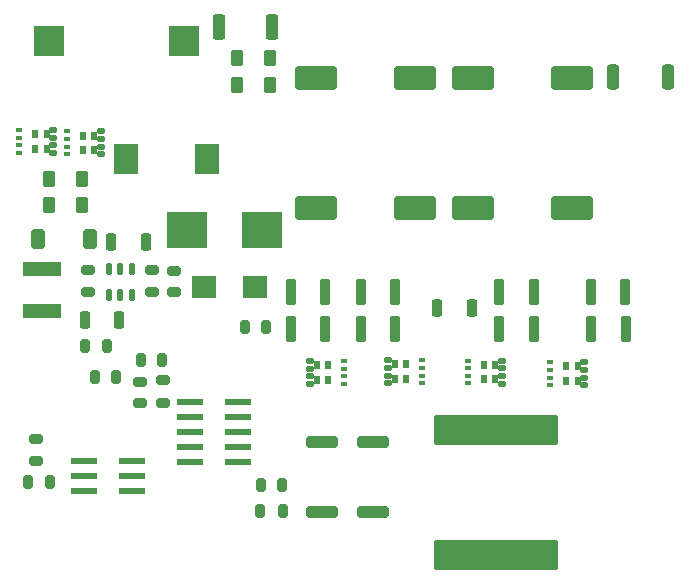
<source format=gtp>
G04 #@! TF.GenerationSoftware,KiCad,Pcbnew,9.0.5*
G04 #@! TF.CreationDate,2025-12-26T12:12:57+01:00*
G04 #@! TF.ProjectId,peak-ignitor-box,7065616b-2d69-4676-9e69-746f722d626f,rev?*
G04 #@! TF.SameCoordinates,Original*
G04 #@! TF.FileFunction,Paste,Top*
G04 #@! TF.FilePolarity,Positive*
%FSLAX46Y46*%
G04 Gerber Fmt 4.6, Leading zero omitted, Abs format (unit mm)*
G04 Created by KiCad (PCBNEW 9.0.5) date 2025-12-26 12:12:57*
%MOMM*%
%LPD*%
G01*
G04 APERTURE LIST*
G04 Aperture macros list*
%AMRoundRect*
0 Rectangle with rounded corners*
0 $1 Rounding radius*
0 $2 $3 $4 $5 $6 $7 $8 $9 X,Y pos of 4 corners*
0 Add a 4 corners polygon primitive as box body*
4,1,4,$2,$3,$4,$5,$6,$7,$8,$9,$2,$3,0*
0 Add four circle primitives for the rounded corners*
1,1,$1+$1,$2,$3*
1,1,$1+$1,$4,$5*
1,1,$1+$1,$6,$7*
1,1,$1+$1,$8,$9*
0 Add four rect primitives between the rounded corners*
20,1,$1+$1,$2,$3,$4,$5,0*
20,1,$1+$1,$4,$5,$6,$7,0*
20,1,$1+$1,$6,$7,$8,$9,0*
20,1,$1+$1,$8,$9,$2,$3,0*%
G04 Aperture macros list end*
%ADD10R,2.000000X1.840000*%
%ADD11RoundRect,0.200000X-0.300000X-0.500000X0.300000X-0.500000X0.300000X0.500000X-0.300000X0.500000X0*%
%ADD12RoundRect,0.200000X0.340000X0.860000X-0.340000X0.860000X-0.340000X-0.860000X0.340000X-0.860000X0*%
%ADD13R,2.000000X2.640000*%
%ADD14R,2.540000X2.640000*%
%ADD15RoundRect,0.200000X-0.210000X-0.360000X0.210000X-0.360000X0.210000X0.360000X-0.210000X0.360000X0*%
%ADD16RoundRect,0.200000X-0.260000X-0.880000X0.260000X-0.880000X0.260000X0.880000X-0.260000X0.880000X0*%
%ADD17RoundRect,0.200000X-0.360000X-0.640000X0.360000X-0.640000X0.360000X0.640000X-0.360000X0.640000X0*%
%ADD18R,0.570000X0.738000*%
%ADD19RoundRect,0.125000X-0.190000X-0.125000X0.190000X-0.125000X0.190000X0.125000X-0.190000X0.125000X0*%
%ADD20RoundRect,0.100000X-0.152000X-0.100000X0.152000X-0.100000X0.152000X0.100000X-0.152000X0.100000X0*%
%ADD21RoundRect,0.200000X0.360000X-0.210000X0.360000X0.210000X-0.360000X0.210000X-0.360000X-0.210000X0*%
%ADD22RoundRect,0.200000X0.260000X0.880000X-0.260000X0.880000X-0.260000X-0.880000X0.260000X-0.880000X0*%
%ADD23RoundRect,0.200000X-0.380000X0.200000X-0.380000X-0.200000X0.380000X-0.200000X0.380000X0.200000X0*%
%ADD24RoundRect,0.200000X-0.260000X-0.520000X0.260000X-0.520000X0.260000X0.520000X-0.260000X0.520000X0*%
%ADD25RoundRect,0.200000X1.560000X0.800000X-1.560000X0.800000X-1.560000X-0.800000X1.560000X-0.800000X0*%
%ADD26RoundRect,0.200000X-0.200000X-0.380000X0.200000X-0.380000X0.200000X0.380000X-0.200000X0.380000X0*%
%ADD27RoundRect,0.200000X0.260000X0.520000X-0.260000X0.520000X-0.260000X-0.520000X0.260000X-0.520000X0*%
%ADD28R,3.200000X1.200000*%
%ADD29RoundRect,0.200000X-0.290000X-0.860000X0.290000X-0.860000X0.290000X0.860000X-0.290000X0.860000X0*%
%ADD30RoundRect,0.125000X0.190000X0.125000X-0.190000X0.125000X-0.190000X-0.125000X0.190000X-0.125000X0*%
%ADD31RoundRect,0.100000X0.152000X0.100000X-0.152000X0.100000X-0.152000X-0.100000X0.152000X-0.100000X0*%
%ADD32RoundRect,0.200000X-1.560000X-0.800000X1.560000X-0.800000X1.560000X0.800000X-1.560000X0.800000X0*%
%ADD33RoundRect,0.200000X-1.140000X0.290000X-1.140000X-0.290000X1.140000X-0.290000X1.140000X0.290000X0*%
%ADD34RoundRect,0.200000X0.380000X-0.200000X0.380000X0.200000X-0.380000X0.200000X-0.380000X-0.200000X0*%
%ADD35R,3.396000X3.048000*%
%ADD36RoundRect,0.200000X0.210000X0.360000X-0.210000X0.360000X-0.210000X-0.360000X0.210000X-0.360000X0*%
%ADD37R,2.208000X0.520000*%
%ADD38RoundRect,0.200000X-0.360000X0.210000X-0.360000X-0.210000X0.360000X-0.210000X0.360000X0.210000X0*%
%ADD39RoundRect,0.199999X5.080001X-1.072001X5.080001X1.072001X-5.080001X1.072001X-5.080001X-1.072001X0*%
%ADD40RoundRect,0.120000X0.120000X-0.410000X0.120000X0.410000X-0.120000X0.410000X-0.120000X-0.410000X0*%
G04 APERTURE END LIST*
D10*
X215575000Y-103475000D03*
X219875000Y-103475000D03*
D11*
X202425000Y-96600000D03*
X205225000Y-96600000D03*
D12*
X221300000Y-81450000D03*
X216800000Y-81450000D03*
D11*
X202450000Y-94350000D03*
X205250000Y-94350000D03*
D13*
X208950000Y-92700000D03*
X215750000Y-92700000D03*
D14*
X202435000Y-82650000D03*
X213865000Y-82650000D03*
D11*
X218300000Y-84150000D03*
X221100000Y-84150000D03*
X218350000Y-86400000D03*
X221150000Y-86400000D03*
D15*
X205492500Y-108500000D03*
X207317500Y-108500000D03*
D16*
X228800000Y-103900000D03*
X231750000Y-103900000D03*
D17*
X201450000Y-99475000D03*
X205850000Y-99475000D03*
D18*
X201260000Y-90580000D03*
X201260000Y-91800000D03*
X202210000Y-90580000D03*
X202210000Y-91800000D03*
D19*
X202790000Y-90217500D03*
X202790000Y-90860000D03*
X202790000Y-91520000D03*
X202790000Y-92162500D03*
D20*
X199910000Y-90220000D03*
X199910000Y-90860000D03*
X199910000Y-91520000D03*
X199910000Y-92160000D03*
D21*
X213025000Y-103937500D03*
X213025000Y-102112500D03*
D22*
X243475000Y-103900000D03*
X240525000Y-103900000D03*
D23*
X212080000Y-111400000D03*
X212080000Y-113300000D03*
D24*
X205430000Y-106300000D03*
X208380000Y-106300000D03*
D25*
X246710000Y-85770000D03*
X238310000Y-85770000D03*
D15*
X210192500Y-109700000D03*
X212017500Y-109700000D03*
D26*
X220300000Y-122500000D03*
X222200000Y-122500000D03*
D27*
X210625000Y-99675000D03*
X207675000Y-99675000D03*
D15*
X200675000Y-120000000D03*
X202500000Y-120000000D03*
D28*
X201850000Y-101975000D03*
X201850000Y-105575000D03*
D29*
X250187500Y-85750000D03*
X254812500Y-85750000D03*
D18*
X232650000Y-111280000D03*
X232650000Y-110060000D03*
X231700000Y-111280000D03*
X231700000Y-110060000D03*
D30*
X231120000Y-111642500D03*
X231120000Y-111000000D03*
X231120000Y-110340000D03*
X231120000Y-109697500D03*
D31*
X234000000Y-111640000D03*
X234000000Y-111000000D03*
X234000000Y-110340000D03*
X234000000Y-109700000D03*
D32*
X225000000Y-85800000D03*
X233400000Y-85800000D03*
D33*
X229807500Y-116587500D03*
X229807500Y-122512500D03*
D34*
X205750000Y-103925000D03*
X205750000Y-102025000D03*
D15*
X218992500Y-106900000D03*
X220817500Y-106900000D03*
D35*
X214112500Y-98650000D03*
X220487500Y-98650000D03*
D21*
X201350000Y-118212500D03*
X201350000Y-116387500D03*
D18*
X226025000Y-111352500D03*
X226025000Y-110132500D03*
X225075000Y-111352500D03*
X225075000Y-110132500D03*
D30*
X224495000Y-111715000D03*
X224495000Y-111072500D03*
X224495000Y-110412500D03*
X224495000Y-109770000D03*
D31*
X227375000Y-111712500D03*
X227375000Y-111072500D03*
X227375000Y-110412500D03*
X227375000Y-109772500D03*
D22*
X225825000Y-107100000D03*
X222875000Y-107100000D03*
D16*
X228800000Y-107100000D03*
X231750000Y-107100000D03*
D33*
X225507500Y-116587500D03*
X225507500Y-122512500D03*
D18*
X246220000Y-110230000D03*
X246220000Y-111450000D03*
X247170000Y-110230000D03*
X247170000Y-111450000D03*
D19*
X247750000Y-109867500D03*
X247750000Y-110510000D03*
X247750000Y-111170000D03*
X247750000Y-111812500D03*
D20*
X244870000Y-109870000D03*
X244870000Y-110510000D03*
X244870000Y-111170000D03*
X244870000Y-111810000D03*
D18*
X205300000Y-90690000D03*
X205300000Y-91910000D03*
X206250000Y-90690000D03*
X206250000Y-91910000D03*
D19*
X206830000Y-90327500D03*
X206830000Y-90970000D03*
X206830000Y-91630000D03*
X206830000Y-92272500D03*
D20*
X203950000Y-90330000D03*
X203950000Y-90970000D03*
X203950000Y-91630000D03*
X203950000Y-92270000D03*
D25*
X246692500Y-96780000D03*
X238292500Y-96780000D03*
D36*
X222162500Y-120250000D03*
X220337500Y-120250000D03*
D37*
X205380000Y-118230000D03*
X209420000Y-118230000D03*
X205380000Y-119500000D03*
X209420000Y-119500000D03*
X205380000Y-120770000D03*
X209420000Y-120770000D03*
X214350763Y-113260000D03*
X218390763Y-113260000D03*
X214350763Y-114530000D03*
X218390763Y-114530000D03*
X214350763Y-115800000D03*
X218390763Y-115800000D03*
X214350763Y-117070000D03*
X218390763Y-117070000D03*
X214350763Y-118340000D03*
X218390763Y-118340000D03*
D16*
X248275000Y-103900000D03*
X251225000Y-103900000D03*
D18*
X239220000Y-110092500D03*
X239220000Y-111312500D03*
X240170000Y-110092500D03*
X240170000Y-111312500D03*
D19*
X240750000Y-109730000D03*
X240750000Y-110372500D03*
X240750000Y-111032500D03*
X240750000Y-111675000D03*
D20*
X237870000Y-109732500D03*
X237870000Y-110372500D03*
X237870000Y-111032500D03*
X237870000Y-111672500D03*
D22*
X225825000Y-103900000D03*
X222875000Y-103900000D03*
D24*
X235237500Y-105300000D03*
X238187500Y-105300000D03*
D38*
X210080000Y-111525000D03*
X210080000Y-113350000D03*
D39*
X240257500Y-126200000D03*
X240257500Y-115600000D03*
D38*
X211150000Y-102062500D03*
X211150000Y-103887500D03*
D22*
X243450000Y-107100000D03*
X240500000Y-107100000D03*
D36*
X208112500Y-111100000D03*
X206287500Y-111100000D03*
D32*
X225000000Y-96800000D03*
X233400000Y-96800000D03*
D40*
X207500000Y-104212500D03*
X208450000Y-104212500D03*
X209400000Y-104212500D03*
X209400000Y-101937500D03*
X208450000Y-101937500D03*
X207500000Y-101937500D03*
D16*
X248300000Y-107100000D03*
X251250000Y-107100000D03*
M02*

</source>
